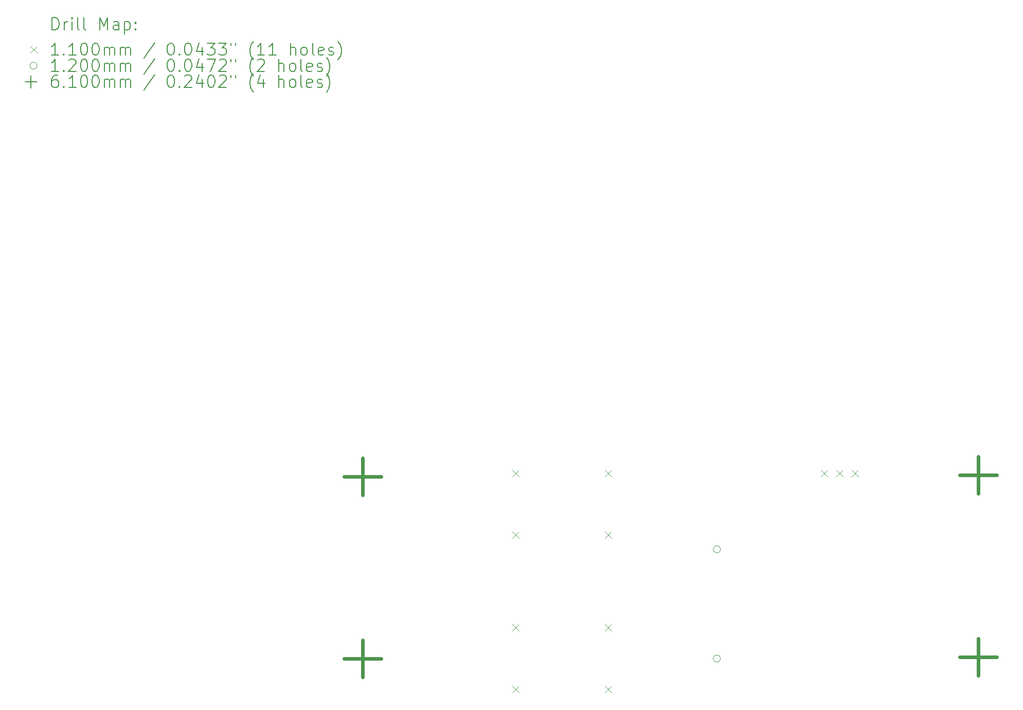
<source format=gbr>
%TF.GenerationSoftware,KiCad,Pcbnew,7.0.2*%
%TF.CreationDate,2023-06-26T14:49:25+05:30*%
%TF.ProjectId,Receiver,52656365-6976-4657-922e-6b696361645f,rev?*%
%TF.SameCoordinates,Original*%
%TF.FileFunction,Drillmap*%
%TF.FilePolarity,Positive*%
%FSLAX45Y45*%
G04 Gerber Fmt 4.5, Leading zero omitted, Abs format (unit mm)*
G04 Created by KiCad (PCBNEW 7.0.2) date 2023-06-26 14:49:25*
%MOMM*%
%LPD*%
G01*
G04 APERTURE LIST*
%ADD10C,0.200000*%
%ADD11C,0.110000*%
%ADD12C,0.120000*%
%ADD13C,0.610000*%
G04 APERTURE END LIST*
D10*
D11*
X7819000Y-7565000D02*
X7929000Y-7675000D01*
X7929000Y-7565000D02*
X7819000Y-7675000D01*
X7819000Y-8581000D02*
X7929000Y-8691000D01*
X7929000Y-8581000D02*
X7819000Y-8691000D01*
X7819000Y-10105000D02*
X7929000Y-10215000D01*
X7929000Y-10105000D02*
X7819000Y-10215000D01*
X7819000Y-11121000D02*
X7929000Y-11231000D01*
X7929000Y-11121000D02*
X7819000Y-11231000D01*
X9343000Y-7565000D02*
X9453000Y-7675000D01*
X9453000Y-7565000D02*
X9343000Y-7675000D01*
X9343000Y-8581000D02*
X9453000Y-8691000D01*
X9453000Y-8581000D02*
X9343000Y-8691000D01*
X9343000Y-10105000D02*
X9453000Y-10215000D01*
X9453000Y-10105000D02*
X9343000Y-10215000D01*
X9343000Y-11121000D02*
X9453000Y-11231000D01*
X9453000Y-11121000D02*
X9343000Y-11231000D01*
X12899000Y-7565000D02*
X13009000Y-7675000D01*
X13009000Y-7565000D02*
X12899000Y-7675000D01*
X13153000Y-7565000D02*
X13263000Y-7675000D01*
X13263000Y-7565000D02*
X13153000Y-7675000D01*
X13407000Y-7565000D02*
X13517000Y-7675000D01*
X13517000Y-7565000D02*
X13407000Y-7675000D01*
D12*
X11250250Y-8868000D02*
G75*
G03*
X11250250Y-8868000I-60000J0D01*
G01*
X11250250Y-10668000D02*
G75*
G03*
X11250250Y-10668000I-60000J0D01*
G01*
D13*
X5358000Y-7366000D02*
X5358000Y-7976000D01*
X5053000Y-7671000D02*
X5663000Y-7671000D01*
X5358000Y-10363000D02*
X5358000Y-10973000D01*
X5053000Y-10668000D02*
X5663000Y-10668000D01*
X15494000Y-7339000D02*
X15494000Y-7949000D01*
X15189000Y-7644000D02*
X15799000Y-7644000D01*
X15494000Y-10336000D02*
X15494000Y-10946000D01*
X15189000Y-10641000D02*
X15799000Y-10641000D01*
D10*
X247619Y-312524D02*
X247619Y-112524D01*
X247619Y-112524D02*
X295238Y-112524D01*
X295238Y-112524D02*
X323810Y-122048D01*
X323810Y-122048D02*
X342857Y-141095D01*
X342857Y-141095D02*
X352381Y-160143D01*
X352381Y-160143D02*
X361905Y-198238D01*
X361905Y-198238D02*
X361905Y-226809D01*
X361905Y-226809D02*
X352381Y-264905D01*
X352381Y-264905D02*
X342857Y-283952D01*
X342857Y-283952D02*
X323810Y-303000D01*
X323810Y-303000D02*
X295238Y-312524D01*
X295238Y-312524D02*
X247619Y-312524D01*
X447619Y-312524D02*
X447619Y-179190D01*
X447619Y-217286D02*
X457143Y-198238D01*
X457143Y-198238D02*
X466667Y-188714D01*
X466667Y-188714D02*
X485714Y-179190D01*
X485714Y-179190D02*
X504762Y-179190D01*
X571429Y-312524D02*
X571429Y-179190D01*
X571429Y-112524D02*
X561905Y-122048D01*
X561905Y-122048D02*
X571429Y-131571D01*
X571429Y-131571D02*
X580952Y-122048D01*
X580952Y-122048D02*
X571429Y-112524D01*
X571429Y-112524D02*
X571429Y-131571D01*
X695238Y-312524D02*
X676190Y-303000D01*
X676190Y-303000D02*
X666667Y-283952D01*
X666667Y-283952D02*
X666667Y-112524D01*
X800000Y-312524D02*
X780952Y-303000D01*
X780952Y-303000D02*
X771428Y-283952D01*
X771428Y-283952D02*
X771428Y-112524D01*
X1028571Y-312524D02*
X1028571Y-112524D01*
X1028571Y-112524D02*
X1095238Y-255381D01*
X1095238Y-255381D02*
X1161905Y-112524D01*
X1161905Y-112524D02*
X1161905Y-312524D01*
X1342857Y-312524D02*
X1342857Y-207762D01*
X1342857Y-207762D02*
X1333333Y-188714D01*
X1333333Y-188714D02*
X1314286Y-179190D01*
X1314286Y-179190D02*
X1276190Y-179190D01*
X1276190Y-179190D02*
X1257143Y-188714D01*
X1342857Y-303000D02*
X1323810Y-312524D01*
X1323810Y-312524D02*
X1276190Y-312524D01*
X1276190Y-312524D02*
X1257143Y-303000D01*
X1257143Y-303000D02*
X1247619Y-283952D01*
X1247619Y-283952D02*
X1247619Y-264905D01*
X1247619Y-264905D02*
X1257143Y-245857D01*
X1257143Y-245857D02*
X1276190Y-236333D01*
X1276190Y-236333D02*
X1323810Y-236333D01*
X1323810Y-236333D02*
X1342857Y-226809D01*
X1438095Y-179190D02*
X1438095Y-379190D01*
X1438095Y-188714D02*
X1457143Y-179190D01*
X1457143Y-179190D02*
X1495238Y-179190D01*
X1495238Y-179190D02*
X1514286Y-188714D01*
X1514286Y-188714D02*
X1523809Y-198238D01*
X1523809Y-198238D02*
X1533333Y-217286D01*
X1533333Y-217286D02*
X1533333Y-274429D01*
X1533333Y-274429D02*
X1523809Y-293476D01*
X1523809Y-293476D02*
X1514286Y-303000D01*
X1514286Y-303000D02*
X1495238Y-312524D01*
X1495238Y-312524D02*
X1457143Y-312524D01*
X1457143Y-312524D02*
X1438095Y-303000D01*
X1619048Y-293476D02*
X1628571Y-303000D01*
X1628571Y-303000D02*
X1619048Y-312524D01*
X1619048Y-312524D02*
X1609524Y-303000D01*
X1609524Y-303000D02*
X1619048Y-293476D01*
X1619048Y-293476D02*
X1619048Y-312524D01*
X1619048Y-188714D02*
X1628571Y-198238D01*
X1628571Y-198238D02*
X1619048Y-207762D01*
X1619048Y-207762D02*
X1609524Y-198238D01*
X1609524Y-198238D02*
X1619048Y-188714D01*
X1619048Y-188714D02*
X1619048Y-207762D01*
D11*
X-110000Y-585000D02*
X0Y-695000D01*
X0Y-585000D02*
X-110000Y-695000D01*
D10*
X352381Y-732524D02*
X238095Y-732524D01*
X295238Y-732524D02*
X295238Y-532524D01*
X295238Y-532524D02*
X276190Y-561095D01*
X276190Y-561095D02*
X257143Y-580143D01*
X257143Y-580143D02*
X238095Y-589667D01*
X438095Y-713476D02*
X447619Y-723000D01*
X447619Y-723000D02*
X438095Y-732524D01*
X438095Y-732524D02*
X428571Y-723000D01*
X428571Y-723000D02*
X438095Y-713476D01*
X438095Y-713476D02*
X438095Y-732524D01*
X638095Y-732524D02*
X523809Y-732524D01*
X580952Y-732524D02*
X580952Y-532524D01*
X580952Y-532524D02*
X561905Y-561095D01*
X561905Y-561095D02*
X542857Y-580143D01*
X542857Y-580143D02*
X523809Y-589667D01*
X761905Y-532524D02*
X780952Y-532524D01*
X780952Y-532524D02*
X800000Y-542048D01*
X800000Y-542048D02*
X809524Y-551571D01*
X809524Y-551571D02*
X819048Y-570619D01*
X819048Y-570619D02*
X828571Y-608714D01*
X828571Y-608714D02*
X828571Y-656333D01*
X828571Y-656333D02*
X819048Y-694429D01*
X819048Y-694429D02*
X809524Y-713476D01*
X809524Y-713476D02*
X800000Y-723000D01*
X800000Y-723000D02*
X780952Y-732524D01*
X780952Y-732524D02*
X761905Y-732524D01*
X761905Y-732524D02*
X742857Y-723000D01*
X742857Y-723000D02*
X733333Y-713476D01*
X733333Y-713476D02*
X723809Y-694429D01*
X723809Y-694429D02*
X714286Y-656333D01*
X714286Y-656333D02*
X714286Y-608714D01*
X714286Y-608714D02*
X723809Y-570619D01*
X723809Y-570619D02*
X733333Y-551571D01*
X733333Y-551571D02*
X742857Y-542048D01*
X742857Y-542048D02*
X761905Y-532524D01*
X952381Y-532524D02*
X971429Y-532524D01*
X971429Y-532524D02*
X990476Y-542048D01*
X990476Y-542048D02*
X1000000Y-551571D01*
X1000000Y-551571D02*
X1009524Y-570619D01*
X1009524Y-570619D02*
X1019048Y-608714D01*
X1019048Y-608714D02*
X1019048Y-656333D01*
X1019048Y-656333D02*
X1009524Y-694429D01*
X1009524Y-694429D02*
X1000000Y-713476D01*
X1000000Y-713476D02*
X990476Y-723000D01*
X990476Y-723000D02*
X971429Y-732524D01*
X971429Y-732524D02*
X952381Y-732524D01*
X952381Y-732524D02*
X933333Y-723000D01*
X933333Y-723000D02*
X923809Y-713476D01*
X923809Y-713476D02*
X914286Y-694429D01*
X914286Y-694429D02*
X904762Y-656333D01*
X904762Y-656333D02*
X904762Y-608714D01*
X904762Y-608714D02*
X914286Y-570619D01*
X914286Y-570619D02*
X923809Y-551571D01*
X923809Y-551571D02*
X933333Y-542048D01*
X933333Y-542048D02*
X952381Y-532524D01*
X1104762Y-732524D02*
X1104762Y-599190D01*
X1104762Y-618238D02*
X1114286Y-608714D01*
X1114286Y-608714D02*
X1133333Y-599190D01*
X1133333Y-599190D02*
X1161905Y-599190D01*
X1161905Y-599190D02*
X1180952Y-608714D01*
X1180952Y-608714D02*
X1190476Y-627762D01*
X1190476Y-627762D02*
X1190476Y-732524D01*
X1190476Y-627762D02*
X1200000Y-608714D01*
X1200000Y-608714D02*
X1219048Y-599190D01*
X1219048Y-599190D02*
X1247619Y-599190D01*
X1247619Y-599190D02*
X1266667Y-608714D01*
X1266667Y-608714D02*
X1276191Y-627762D01*
X1276191Y-627762D02*
X1276191Y-732524D01*
X1371429Y-732524D02*
X1371429Y-599190D01*
X1371429Y-618238D02*
X1380952Y-608714D01*
X1380952Y-608714D02*
X1400000Y-599190D01*
X1400000Y-599190D02*
X1428571Y-599190D01*
X1428571Y-599190D02*
X1447619Y-608714D01*
X1447619Y-608714D02*
X1457143Y-627762D01*
X1457143Y-627762D02*
X1457143Y-732524D01*
X1457143Y-627762D02*
X1466667Y-608714D01*
X1466667Y-608714D02*
X1485714Y-599190D01*
X1485714Y-599190D02*
X1514286Y-599190D01*
X1514286Y-599190D02*
X1533333Y-608714D01*
X1533333Y-608714D02*
X1542857Y-627762D01*
X1542857Y-627762D02*
X1542857Y-732524D01*
X1933333Y-523000D02*
X1761905Y-780143D01*
X2190476Y-532524D02*
X2209524Y-532524D01*
X2209524Y-532524D02*
X2228572Y-542048D01*
X2228572Y-542048D02*
X2238095Y-551571D01*
X2238095Y-551571D02*
X2247619Y-570619D01*
X2247619Y-570619D02*
X2257143Y-608714D01*
X2257143Y-608714D02*
X2257143Y-656333D01*
X2257143Y-656333D02*
X2247619Y-694429D01*
X2247619Y-694429D02*
X2238095Y-713476D01*
X2238095Y-713476D02*
X2228572Y-723000D01*
X2228572Y-723000D02*
X2209524Y-732524D01*
X2209524Y-732524D02*
X2190476Y-732524D01*
X2190476Y-732524D02*
X2171429Y-723000D01*
X2171429Y-723000D02*
X2161905Y-713476D01*
X2161905Y-713476D02*
X2152381Y-694429D01*
X2152381Y-694429D02*
X2142857Y-656333D01*
X2142857Y-656333D02*
X2142857Y-608714D01*
X2142857Y-608714D02*
X2152381Y-570619D01*
X2152381Y-570619D02*
X2161905Y-551571D01*
X2161905Y-551571D02*
X2171429Y-542048D01*
X2171429Y-542048D02*
X2190476Y-532524D01*
X2342857Y-713476D02*
X2352381Y-723000D01*
X2352381Y-723000D02*
X2342857Y-732524D01*
X2342857Y-732524D02*
X2333334Y-723000D01*
X2333334Y-723000D02*
X2342857Y-713476D01*
X2342857Y-713476D02*
X2342857Y-732524D01*
X2476191Y-532524D02*
X2495238Y-532524D01*
X2495238Y-532524D02*
X2514286Y-542048D01*
X2514286Y-542048D02*
X2523810Y-551571D01*
X2523810Y-551571D02*
X2533334Y-570619D01*
X2533334Y-570619D02*
X2542857Y-608714D01*
X2542857Y-608714D02*
X2542857Y-656333D01*
X2542857Y-656333D02*
X2533334Y-694429D01*
X2533334Y-694429D02*
X2523810Y-713476D01*
X2523810Y-713476D02*
X2514286Y-723000D01*
X2514286Y-723000D02*
X2495238Y-732524D01*
X2495238Y-732524D02*
X2476191Y-732524D01*
X2476191Y-732524D02*
X2457143Y-723000D01*
X2457143Y-723000D02*
X2447619Y-713476D01*
X2447619Y-713476D02*
X2438095Y-694429D01*
X2438095Y-694429D02*
X2428572Y-656333D01*
X2428572Y-656333D02*
X2428572Y-608714D01*
X2428572Y-608714D02*
X2438095Y-570619D01*
X2438095Y-570619D02*
X2447619Y-551571D01*
X2447619Y-551571D02*
X2457143Y-542048D01*
X2457143Y-542048D02*
X2476191Y-532524D01*
X2714286Y-599190D02*
X2714286Y-732524D01*
X2666667Y-523000D02*
X2619048Y-665857D01*
X2619048Y-665857D02*
X2742857Y-665857D01*
X2800000Y-532524D02*
X2923810Y-532524D01*
X2923810Y-532524D02*
X2857143Y-608714D01*
X2857143Y-608714D02*
X2885714Y-608714D01*
X2885714Y-608714D02*
X2904762Y-618238D01*
X2904762Y-618238D02*
X2914286Y-627762D01*
X2914286Y-627762D02*
X2923810Y-646810D01*
X2923810Y-646810D02*
X2923810Y-694429D01*
X2923810Y-694429D02*
X2914286Y-713476D01*
X2914286Y-713476D02*
X2904762Y-723000D01*
X2904762Y-723000D02*
X2885714Y-732524D01*
X2885714Y-732524D02*
X2828572Y-732524D01*
X2828572Y-732524D02*
X2809524Y-723000D01*
X2809524Y-723000D02*
X2800000Y-713476D01*
X2990476Y-532524D02*
X3114286Y-532524D01*
X3114286Y-532524D02*
X3047619Y-608714D01*
X3047619Y-608714D02*
X3076191Y-608714D01*
X3076191Y-608714D02*
X3095238Y-618238D01*
X3095238Y-618238D02*
X3104762Y-627762D01*
X3104762Y-627762D02*
X3114286Y-646810D01*
X3114286Y-646810D02*
X3114286Y-694429D01*
X3114286Y-694429D02*
X3104762Y-713476D01*
X3104762Y-713476D02*
X3095238Y-723000D01*
X3095238Y-723000D02*
X3076191Y-732524D01*
X3076191Y-732524D02*
X3019048Y-732524D01*
X3019048Y-732524D02*
X3000000Y-723000D01*
X3000000Y-723000D02*
X2990476Y-713476D01*
X3190476Y-532524D02*
X3190476Y-570619D01*
X3266667Y-532524D02*
X3266667Y-570619D01*
X3561905Y-808714D02*
X3552381Y-799190D01*
X3552381Y-799190D02*
X3533334Y-770619D01*
X3533334Y-770619D02*
X3523810Y-751571D01*
X3523810Y-751571D02*
X3514286Y-723000D01*
X3514286Y-723000D02*
X3504762Y-675381D01*
X3504762Y-675381D02*
X3504762Y-637286D01*
X3504762Y-637286D02*
X3514286Y-589667D01*
X3514286Y-589667D02*
X3523810Y-561095D01*
X3523810Y-561095D02*
X3533334Y-542048D01*
X3533334Y-542048D02*
X3552381Y-513476D01*
X3552381Y-513476D02*
X3561905Y-503952D01*
X3742857Y-732524D02*
X3628572Y-732524D01*
X3685714Y-732524D02*
X3685714Y-532524D01*
X3685714Y-532524D02*
X3666667Y-561095D01*
X3666667Y-561095D02*
X3647619Y-580143D01*
X3647619Y-580143D02*
X3628572Y-589667D01*
X3933334Y-732524D02*
X3819048Y-732524D01*
X3876191Y-732524D02*
X3876191Y-532524D01*
X3876191Y-532524D02*
X3857143Y-561095D01*
X3857143Y-561095D02*
X3838095Y-580143D01*
X3838095Y-580143D02*
X3819048Y-589667D01*
X4171429Y-732524D02*
X4171429Y-532524D01*
X4257143Y-732524D02*
X4257143Y-627762D01*
X4257143Y-627762D02*
X4247619Y-608714D01*
X4247619Y-608714D02*
X4228572Y-599190D01*
X4228572Y-599190D02*
X4200000Y-599190D01*
X4200000Y-599190D02*
X4180953Y-608714D01*
X4180953Y-608714D02*
X4171429Y-618238D01*
X4380953Y-732524D02*
X4361905Y-723000D01*
X4361905Y-723000D02*
X4352381Y-713476D01*
X4352381Y-713476D02*
X4342858Y-694429D01*
X4342858Y-694429D02*
X4342858Y-637286D01*
X4342858Y-637286D02*
X4352381Y-618238D01*
X4352381Y-618238D02*
X4361905Y-608714D01*
X4361905Y-608714D02*
X4380953Y-599190D01*
X4380953Y-599190D02*
X4409524Y-599190D01*
X4409524Y-599190D02*
X4428572Y-608714D01*
X4428572Y-608714D02*
X4438096Y-618238D01*
X4438096Y-618238D02*
X4447619Y-637286D01*
X4447619Y-637286D02*
X4447619Y-694429D01*
X4447619Y-694429D02*
X4438096Y-713476D01*
X4438096Y-713476D02*
X4428572Y-723000D01*
X4428572Y-723000D02*
X4409524Y-732524D01*
X4409524Y-732524D02*
X4380953Y-732524D01*
X4561905Y-732524D02*
X4542858Y-723000D01*
X4542858Y-723000D02*
X4533334Y-703952D01*
X4533334Y-703952D02*
X4533334Y-532524D01*
X4714286Y-723000D02*
X4695239Y-732524D01*
X4695239Y-732524D02*
X4657143Y-732524D01*
X4657143Y-732524D02*
X4638096Y-723000D01*
X4638096Y-723000D02*
X4628572Y-703952D01*
X4628572Y-703952D02*
X4628572Y-627762D01*
X4628572Y-627762D02*
X4638096Y-608714D01*
X4638096Y-608714D02*
X4657143Y-599190D01*
X4657143Y-599190D02*
X4695239Y-599190D01*
X4695239Y-599190D02*
X4714286Y-608714D01*
X4714286Y-608714D02*
X4723810Y-627762D01*
X4723810Y-627762D02*
X4723810Y-646810D01*
X4723810Y-646810D02*
X4628572Y-665857D01*
X4800000Y-723000D02*
X4819048Y-732524D01*
X4819048Y-732524D02*
X4857143Y-732524D01*
X4857143Y-732524D02*
X4876191Y-723000D01*
X4876191Y-723000D02*
X4885715Y-703952D01*
X4885715Y-703952D02*
X4885715Y-694429D01*
X4885715Y-694429D02*
X4876191Y-675381D01*
X4876191Y-675381D02*
X4857143Y-665857D01*
X4857143Y-665857D02*
X4828572Y-665857D01*
X4828572Y-665857D02*
X4809524Y-656333D01*
X4809524Y-656333D02*
X4800000Y-637286D01*
X4800000Y-637286D02*
X4800000Y-627762D01*
X4800000Y-627762D02*
X4809524Y-608714D01*
X4809524Y-608714D02*
X4828572Y-599190D01*
X4828572Y-599190D02*
X4857143Y-599190D01*
X4857143Y-599190D02*
X4876191Y-608714D01*
X4952381Y-808714D02*
X4961905Y-799190D01*
X4961905Y-799190D02*
X4980953Y-770619D01*
X4980953Y-770619D02*
X4990477Y-751571D01*
X4990477Y-751571D02*
X5000000Y-723000D01*
X5000000Y-723000D02*
X5009524Y-675381D01*
X5009524Y-675381D02*
X5009524Y-637286D01*
X5009524Y-637286D02*
X5000000Y-589667D01*
X5000000Y-589667D02*
X4990477Y-561095D01*
X4990477Y-561095D02*
X4980953Y-542048D01*
X4980953Y-542048D02*
X4961905Y-513476D01*
X4961905Y-513476D02*
X4952381Y-503952D01*
D12*
X0Y-904000D02*
G75*
G03*
X0Y-904000I-60000J0D01*
G01*
D10*
X352381Y-996524D02*
X238095Y-996524D01*
X295238Y-996524D02*
X295238Y-796524D01*
X295238Y-796524D02*
X276190Y-825095D01*
X276190Y-825095D02*
X257143Y-844143D01*
X257143Y-844143D02*
X238095Y-853667D01*
X438095Y-977476D02*
X447619Y-987000D01*
X447619Y-987000D02*
X438095Y-996524D01*
X438095Y-996524D02*
X428571Y-987000D01*
X428571Y-987000D02*
X438095Y-977476D01*
X438095Y-977476D02*
X438095Y-996524D01*
X523809Y-815571D02*
X533333Y-806048D01*
X533333Y-806048D02*
X552381Y-796524D01*
X552381Y-796524D02*
X600000Y-796524D01*
X600000Y-796524D02*
X619048Y-806048D01*
X619048Y-806048D02*
X628571Y-815571D01*
X628571Y-815571D02*
X638095Y-834619D01*
X638095Y-834619D02*
X638095Y-853667D01*
X638095Y-853667D02*
X628571Y-882238D01*
X628571Y-882238D02*
X514286Y-996524D01*
X514286Y-996524D02*
X638095Y-996524D01*
X761905Y-796524D02*
X780952Y-796524D01*
X780952Y-796524D02*
X800000Y-806048D01*
X800000Y-806048D02*
X809524Y-815571D01*
X809524Y-815571D02*
X819048Y-834619D01*
X819048Y-834619D02*
X828571Y-872714D01*
X828571Y-872714D02*
X828571Y-920333D01*
X828571Y-920333D02*
X819048Y-958428D01*
X819048Y-958428D02*
X809524Y-977476D01*
X809524Y-977476D02*
X800000Y-987000D01*
X800000Y-987000D02*
X780952Y-996524D01*
X780952Y-996524D02*
X761905Y-996524D01*
X761905Y-996524D02*
X742857Y-987000D01*
X742857Y-987000D02*
X733333Y-977476D01*
X733333Y-977476D02*
X723809Y-958428D01*
X723809Y-958428D02*
X714286Y-920333D01*
X714286Y-920333D02*
X714286Y-872714D01*
X714286Y-872714D02*
X723809Y-834619D01*
X723809Y-834619D02*
X733333Y-815571D01*
X733333Y-815571D02*
X742857Y-806048D01*
X742857Y-806048D02*
X761905Y-796524D01*
X952381Y-796524D02*
X971429Y-796524D01*
X971429Y-796524D02*
X990476Y-806048D01*
X990476Y-806048D02*
X1000000Y-815571D01*
X1000000Y-815571D02*
X1009524Y-834619D01*
X1009524Y-834619D02*
X1019048Y-872714D01*
X1019048Y-872714D02*
X1019048Y-920333D01*
X1019048Y-920333D02*
X1009524Y-958428D01*
X1009524Y-958428D02*
X1000000Y-977476D01*
X1000000Y-977476D02*
X990476Y-987000D01*
X990476Y-987000D02*
X971429Y-996524D01*
X971429Y-996524D02*
X952381Y-996524D01*
X952381Y-996524D02*
X933333Y-987000D01*
X933333Y-987000D02*
X923809Y-977476D01*
X923809Y-977476D02*
X914286Y-958428D01*
X914286Y-958428D02*
X904762Y-920333D01*
X904762Y-920333D02*
X904762Y-872714D01*
X904762Y-872714D02*
X914286Y-834619D01*
X914286Y-834619D02*
X923809Y-815571D01*
X923809Y-815571D02*
X933333Y-806048D01*
X933333Y-806048D02*
X952381Y-796524D01*
X1104762Y-996524D02*
X1104762Y-863190D01*
X1104762Y-882238D02*
X1114286Y-872714D01*
X1114286Y-872714D02*
X1133333Y-863190D01*
X1133333Y-863190D02*
X1161905Y-863190D01*
X1161905Y-863190D02*
X1180952Y-872714D01*
X1180952Y-872714D02*
X1190476Y-891762D01*
X1190476Y-891762D02*
X1190476Y-996524D01*
X1190476Y-891762D02*
X1200000Y-872714D01*
X1200000Y-872714D02*
X1219048Y-863190D01*
X1219048Y-863190D02*
X1247619Y-863190D01*
X1247619Y-863190D02*
X1266667Y-872714D01*
X1266667Y-872714D02*
X1276191Y-891762D01*
X1276191Y-891762D02*
X1276191Y-996524D01*
X1371429Y-996524D02*
X1371429Y-863190D01*
X1371429Y-882238D02*
X1380952Y-872714D01*
X1380952Y-872714D02*
X1400000Y-863190D01*
X1400000Y-863190D02*
X1428571Y-863190D01*
X1428571Y-863190D02*
X1447619Y-872714D01*
X1447619Y-872714D02*
X1457143Y-891762D01*
X1457143Y-891762D02*
X1457143Y-996524D01*
X1457143Y-891762D02*
X1466667Y-872714D01*
X1466667Y-872714D02*
X1485714Y-863190D01*
X1485714Y-863190D02*
X1514286Y-863190D01*
X1514286Y-863190D02*
X1533333Y-872714D01*
X1533333Y-872714D02*
X1542857Y-891762D01*
X1542857Y-891762D02*
X1542857Y-996524D01*
X1933333Y-787000D02*
X1761905Y-1044143D01*
X2190476Y-796524D02*
X2209524Y-796524D01*
X2209524Y-796524D02*
X2228572Y-806048D01*
X2228572Y-806048D02*
X2238095Y-815571D01*
X2238095Y-815571D02*
X2247619Y-834619D01*
X2247619Y-834619D02*
X2257143Y-872714D01*
X2257143Y-872714D02*
X2257143Y-920333D01*
X2257143Y-920333D02*
X2247619Y-958428D01*
X2247619Y-958428D02*
X2238095Y-977476D01*
X2238095Y-977476D02*
X2228572Y-987000D01*
X2228572Y-987000D02*
X2209524Y-996524D01*
X2209524Y-996524D02*
X2190476Y-996524D01*
X2190476Y-996524D02*
X2171429Y-987000D01*
X2171429Y-987000D02*
X2161905Y-977476D01*
X2161905Y-977476D02*
X2152381Y-958428D01*
X2152381Y-958428D02*
X2142857Y-920333D01*
X2142857Y-920333D02*
X2142857Y-872714D01*
X2142857Y-872714D02*
X2152381Y-834619D01*
X2152381Y-834619D02*
X2161905Y-815571D01*
X2161905Y-815571D02*
X2171429Y-806048D01*
X2171429Y-806048D02*
X2190476Y-796524D01*
X2342857Y-977476D02*
X2352381Y-987000D01*
X2352381Y-987000D02*
X2342857Y-996524D01*
X2342857Y-996524D02*
X2333334Y-987000D01*
X2333334Y-987000D02*
X2342857Y-977476D01*
X2342857Y-977476D02*
X2342857Y-996524D01*
X2476191Y-796524D02*
X2495238Y-796524D01*
X2495238Y-796524D02*
X2514286Y-806048D01*
X2514286Y-806048D02*
X2523810Y-815571D01*
X2523810Y-815571D02*
X2533334Y-834619D01*
X2533334Y-834619D02*
X2542857Y-872714D01*
X2542857Y-872714D02*
X2542857Y-920333D01*
X2542857Y-920333D02*
X2533334Y-958428D01*
X2533334Y-958428D02*
X2523810Y-977476D01*
X2523810Y-977476D02*
X2514286Y-987000D01*
X2514286Y-987000D02*
X2495238Y-996524D01*
X2495238Y-996524D02*
X2476191Y-996524D01*
X2476191Y-996524D02*
X2457143Y-987000D01*
X2457143Y-987000D02*
X2447619Y-977476D01*
X2447619Y-977476D02*
X2438095Y-958428D01*
X2438095Y-958428D02*
X2428572Y-920333D01*
X2428572Y-920333D02*
X2428572Y-872714D01*
X2428572Y-872714D02*
X2438095Y-834619D01*
X2438095Y-834619D02*
X2447619Y-815571D01*
X2447619Y-815571D02*
X2457143Y-806048D01*
X2457143Y-806048D02*
X2476191Y-796524D01*
X2714286Y-863190D02*
X2714286Y-996524D01*
X2666667Y-787000D02*
X2619048Y-929857D01*
X2619048Y-929857D02*
X2742857Y-929857D01*
X2800000Y-796524D02*
X2933333Y-796524D01*
X2933333Y-796524D02*
X2847619Y-996524D01*
X3000000Y-815571D02*
X3009524Y-806048D01*
X3009524Y-806048D02*
X3028572Y-796524D01*
X3028572Y-796524D02*
X3076191Y-796524D01*
X3076191Y-796524D02*
X3095238Y-806048D01*
X3095238Y-806048D02*
X3104762Y-815571D01*
X3104762Y-815571D02*
X3114286Y-834619D01*
X3114286Y-834619D02*
X3114286Y-853667D01*
X3114286Y-853667D02*
X3104762Y-882238D01*
X3104762Y-882238D02*
X2990476Y-996524D01*
X2990476Y-996524D02*
X3114286Y-996524D01*
X3190476Y-796524D02*
X3190476Y-834619D01*
X3266667Y-796524D02*
X3266667Y-834619D01*
X3561905Y-1072714D02*
X3552381Y-1063190D01*
X3552381Y-1063190D02*
X3533334Y-1034619D01*
X3533334Y-1034619D02*
X3523810Y-1015571D01*
X3523810Y-1015571D02*
X3514286Y-987000D01*
X3514286Y-987000D02*
X3504762Y-939381D01*
X3504762Y-939381D02*
X3504762Y-901286D01*
X3504762Y-901286D02*
X3514286Y-853667D01*
X3514286Y-853667D02*
X3523810Y-825095D01*
X3523810Y-825095D02*
X3533334Y-806048D01*
X3533334Y-806048D02*
X3552381Y-777476D01*
X3552381Y-777476D02*
X3561905Y-767952D01*
X3628572Y-815571D02*
X3638095Y-806048D01*
X3638095Y-806048D02*
X3657143Y-796524D01*
X3657143Y-796524D02*
X3704762Y-796524D01*
X3704762Y-796524D02*
X3723810Y-806048D01*
X3723810Y-806048D02*
X3733334Y-815571D01*
X3733334Y-815571D02*
X3742857Y-834619D01*
X3742857Y-834619D02*
X3742857Y-853667D01*
X3742857Y-853667D02*
X3733334Y-882238D01*
X3733334Y-882238D02*
X3619048Y-996524D01*
X3619048Y-996524D02*
X3742857Y-996524D01*
X3980953Y-996524D02*
X3980953Y-796524D01*
X4066667Y-996524D02*
X4066667Y-891762D01*
X4066667Y-891762D02*
X4057143Y-872714D01*
X4057143Y-872714D02*
X4038096Y-863190D01*
X4038096Y-863190D02*
X4009524Y-863190D01*
X4009524Y-863190D02*
X3990476Y-872714D01*
X3990476Y-872714D02*
X3980953Y-882238D01*
X4190476Y-996524D02*
X4171429Y-987000D01*
X4171429Y-987000D02*
X4161905Y-977476D01*
X4161905Y-977476D02*
X4152381Y-958428D01*
X4152381Y-958428D02*
X4152381Y-901286D01*
X4152381Y-901286D02*
X4161905Y-882238D01*
X4161905Y-882238D02*
X4171429Y-872714D01*
X4171429Y-872714D02*
X4190476Y-863190D01*
X4190476Y-863190D02*
X4219048Y-863190D01*
X4219048Y-863190D02*
X4238096Y-872714D01*
X4238096Y-872714D02*
X4247619Y-882238D01*
X4247619Y-882238D02*
X4257143Y-901286D01*
X4257143Y-901286D02*
X4257143Y-958428D01*
X4257143Y-958428D02*
X4247619Y-977476D01*
X4247619Y-977476D02*
X4238096Y-987000D01*
X4238096Y-987000D02*
X4219048Y-996524D01*
X4219048Y-996524D02*
X4190476Y-996524D01*
X4371429Y-996524D02*
X4352381Y-987000D01*
X4352381Y-987000D02*
X4342858Y-967952D01*
X4342858Y-967952D02*
X4342858Y-796524D01*
X4523810Y-987000D02*
X4504762Y-996524D01*
X4504762Y-996524D02*
X4466667Y-996524D01*
X4466667Y-996524D02*
X4447619Y-987000D01*
X4447619Y-987000D02*
X4438096Y-967952D01*
X4438096Y-967952D02*
X4438096Y-891762D01*
X4438096Y-891762D02*
X4447619Y-872714D01*
X4447619Y-872714D02*
X4466667Y-863190D01*
X4466667Y-863190D02*
X4504762Y-863190D01*
X4504762Y-863190D02*
X4523810Y-872714D01*
X4523810Y-872714D02*
X4533334Y-891762D01*
X4533334Y-891762D02*
X4533334Y-910809D01*
X4533334Y-910809D02*
X4438096Y-929857D01*
X4609524Y-987000D02*
X4628572Y-996524D01*
X4628572Y-996524D02*
X4666667Y-996524D01*
X4666667Y-996524D02*
X4685715Y-987000D01*
X4685715Y-987000D02*
X4695239Y-967952D01*
X4695239Y-967952D02*
X4695239Y-958428D01*
X4695239Y-958428D02*
X4685715Y-939381D01*
X4685715Y-939381D02*
X4666667Y-929857D01*
X4666667Y-929857D02*
X4638096Y-929857D01*
X4638096Y-929857D02*
X4619048Y-920333D01*
X4619048Y-920333D02*
X4609524Y-901286D01*
X4609524Y-901286D02*
X4609524Y-891762D01*
X4609524Y-891762D02*
X4619048Y-872714D01*
X4619048Y-872714D02*
X4638096Y-863190D01*
X4638096Y-863190D02*
X4666667Y-863190D01*
X4666667Y-863190D02*
X4685715Y-872714D01*
X4761905Y-1072714D02*
X4771429Y-1063190D01*
X4771429Y-1063190D02*
X4790477Y-1034619D01*
X4790477Y-1034619D02*
X4800000Y-1015571D01*
X4800000Y-1015571D02*
X4809524Y-987000D01*
X4809524Y-987000D02*
X4819048Y-939381D01*
X4819048Y-939381D02*
X4819048Y-901286D01*
X4819048Y-901286D02*
X4809524Y-853667D01*
X4809524Y-853667D02*
X4800000Y-825095D01*
X4800000Y-825095D02*
X4790477Y-806048D01*
X4790477Y-806048D02*
X4771429Y-777476D01*
X4771429Y-777476D02*
X4761905Y-767952D01*
X-100000Y-1068000D02*
X-100000Y-1268000D01*
X-200000Y-1168000D02*
X0Y-1168000D01*
X333333Y-1060524D02*
X295238Y-1060524D01*
X295238Y-1060524D02*
X276190Y-1070048D01*
X276190Y-1070048D02*
X266667Y-1079571D01*
X266667Y-1079571D02*
X247619Y-1108143D01*
X247619Y-1108143D02*
X238095Y-1146238D01*
X238095Y-1146238D02*
X238095Y-1222429D01*
X238095Y-1222429D02*
X247619Y-1241476D01*
X247619Y-1241476D02*
X257143Y-1251000D01*
X257143Y-1251000D02*
X276190Y-1260524D01*
X276190Y-1260524D02*
X314286Y-1260524D01*
X314286Y-1260524D02*
X333333Y-1251000D01*
X333333Y-1251000D02*
X342857Y-1241476D01*
X342857Y-1241476D02*
X352381Y-1222429D01*
X352381Y-1222429D02*
X352381Y-1174810D01*
X352381Y-1174810D02*
X342857Y-1155762D01*
X342857Y-1155762D02*
X333333Y-1146238D01*
X333333Y-1146238D02*
X314286Y-1136714D01*
X314286Y-1136714D02*
X276190Y-1136714D01*
X276190Y-1136714D02*
X257143Y-1146238D01*
X257143Y-1146238D02*
X247619Y-1155762D01*
X247619Y-1155762D02*
X238095Y-1174810D01*
X438095Y-1241476D02*
X447619Y-1251000D01*
X447619Y-1251000D02*
X438095Y-1260524D01*
X438095Y-1260524D02*
X428571Y-1251000D01*
X428571Y-1251000D02*
X438095Y-1241476D01*
X438095Y-1241476D02*
X438095Y-1260524D01*
X638095Y-1260524D02*
X523809Y-1260524D01*
X580952Y-1260524D02*
X580952Y-1060524D01*
X580952Y-1060524D02*
X561905Y-1089095D01*
X561905Y-1089095D02*
X542857Y-1108143D01*
X542857Y-1108143D02*
X523809Y-1117667D01*
X761905Y-1060524D02*
X780952Y-1060524D01*
X780952Y-1060524D02*
X800000Y-1070048D01*
X800000Y-1070048D02*
X809524Y-1079571D01*
X809524Y-1079571D02*
X819048Y-1098619D01*
X819048Y-1098619D02*
X828571Y-1136714D01*
X828571Y-1136714D02*
X828571Y-1184333D01*
X828571Y-1184333D02*
X819048Y-1222429D01*
X819048Y-1222429D02*
X809524Y-1241476D01*
X809524Y-1241476D02*
X800000Y-1251000D01*
X800000Y-1251000D02*
X780952Y-1260524D01*
X780952Y-1260524D02*
X761905Y-1260524D01*
X761905Y-1260524D02*
X742857Y-1251000D01*
X742857Y-1251000D02*
X733333Y-1241476D01*
X733333Y-1241476D02*
X723809Y-1222429D01*
X723809Y-1222429D02*
X714286Y-1184333D01*
X714286Y-1184333D02*
X714286Y-1136714D01*
X714286Y-1136714D02*
X723809Y-1098619D01*
X723809Y-1098619D02*
X733333Y-1079571D01*
X733333Y-1079571D02*
X742857Y-1070048D01*
X742857Y-1070048D02*
X761905Y-1060524D01*
X952381Y-1060524D02*
X971429Y-1060524D01*
X971429Y-1060524D02*
X990476Y-1070048D01*
X990476Y-1070048D02*
X1000000Y-1079571D01*
X1000000Y-1079571D02*
X1009524Y-1098619D01*
X1009524Y-1098619D02*
X1019048Y-1136714D01*
X1019048Y-1136714D02*
X1019048Y-1184333D01*
X1019048Y-1184333D02*
X1009524Y-1222429D01*
X1009524Y-1222429D02*
X1000000Y-1241476D01*
X1000000Y-1241476D02*
X990476Y-1251000D01*
X990476Y-1251000D02*
X971429Y-1260524D01*
X971429Y-1260524D02*
X952381Y-1260524D01*
X952381Y-1260524D02*
X933333Y-1251000D01*
X933333Y-1251000D02*
X923809Y-1241476D01*
X923809Y-1241476D02*
X914286Y-1222429D01*
X914286Y-1222429D02*
X904762Y-1184333D01*
X904762Y-1184333D02*
X904762Y-1136714D01*
X904762Y-1136714D02*
X914286Y-1098619D01*
X914286Y-1098619D02*
X923809Y-1079571D01*
X923809Y-1079571D02*
X933333Y-1070048D01*
X933333Y-1070048D02*
X952381Y-1060524D01*
X1104762Y-1260524D02*
X1104762Y-1127190D01*
X1104762Y-1146238D02*
X1114286Y-1136714D01*
X1114286Y-1136714D02*
X1133333Y-1127190D01*
X1133333Y-1127190D02*
X1161905Y-1127190D01*
X1161905Y-1127190D02*
X1180952Y-1136714D01*
X1180952Y-1136714D02*
X1190476Y-1155762D01*
X1190476Y-1155762D02*
X1190476Y-1260524D01*
X1190476Y-1155762D02*
X1200000Y-1136714D01*
X1200000Y-1136714D02*
X1219048Y-1127190D01*
X1219048Y-1127190D02*
X1247619Y-1127190D01*
X1247619Y-1127190D02*
X1266667Y-1136714D01*
X1266667Y-1136714D02*
X1276191Y-1155762D01*
X1276191Y-1155762D02*
X1276191Y-1260524D01*
X1371429Y-1260524D02*
X1371429Y-1127190D01*
X1371429Y-1146238D02*
X1380952Y-1136714D01*
X1380952Y-1136714D02*
X1400000Y-1127190D01*
X1400000Y-1127190D02*
X1428571Y-1127190D01*
X1428571Y-1127190D02*
X1447619Y-1136714D01*
X1447619Y-1136714D02*
X1457143Y-1155762D01*
X1457143Y-1155762D02*
X1457143Y-1260524D01*
X1457143Y-1155762D02*
X1466667Y-1136714D01*
X1466667Y-1136714D02*
X1485714Y-1127190D01*
X1485714Y-1127190D02*
X1514286Y-1127190D01*
X1514286Y-1127190D02*
X1533333Y-1136714D01*
X1533333Y-1136714D02*
X1542857Y-1155762D01*
X1542857Y-1155762D02*
X1542857Y-1260524D01*
X1933333Y-1051000D02*
X1761905Y-1308143D01*
X2190476Y-1060524D02*
X2209524Y-1060524D01*
X2209524Y-1060524D02*
X2228572Y-1070048D01*
X2228572Y-1070048D02*
X2238095Y-1079571D01*
X2238095Y-1079571D02*
X2247619Y-1098619D01*
X2247619Y-1098619D02*
X2257143Y-1136714D01*
X2257143Y-1136714D02*
X2257143Y-1184333D01*
X2257143Y-1184333D02*
X2247619Y-1222429D01*
X2247619Y-1222429D02*
X2238095Y-1241476D01*
X2238095Y-1241476D02*
X2228572Y-1251000D01*
X2228572Y-1251000D02*
X2209524Y-1260524D01*
X2209524Y-1260524D02*
X2190476Y-1260524D01*
X2190476Y-1260524D02*
X2171429Y-1251000D01*
X2171429Y-1251000D02*
X2161905Y-1241476D01*
X2161905Y-1241476D02*
X2152381Y-1222429D01*
X2152381Y-1222429D02*
X2142857Y-1184333D01*
X2142857Y-1184333D02*
X2142857Y-1136714D01*
X2142857Y-1136714D02*
X2152381Y-1098619D01*
X2152381Y-1098619D02*
X2161905Y-1079571D01*
X2161905Y-1079571D02*
X2171429Y-1070048D01*
X2171429Y-1070048D02*
X2190476Y-1060524D01*
X2342857Y-1241476D02*
X2352381Y-1251000D01*
X2352381Y-1251000D02*
X2342857Y-1260524D01*
X2342857Y-1260524D02*
X2333334Y-1251000D01*
X2333334Y-1251000D02*
X2342857Y-1241476D01*
X2342857Y-1241476D02*
X2342857Y-1260524D01*
X2428572Y-1079571D02*
X2438095Y-1070048D01*
X2438095Y-1070048D02*
X2457143Y-1060524D01*
X2457143Y-1060524D02*
X2504762Y-1060524D01*
X2504762Y-1060524D02*
X2523810Y-1070048D01*
X2523810Y-1070048D02*
X2533334Y-1079571D01*
X2533334Y-1079571D02*
X2542857Y-1098619D01*
X2542857Y-1098619D02*
X2542857Y-1117667D01*
X2542857Y-1117667D02*
X2533334Y-1146238D01*
X2533334Y-1146238D02*
X2419048Y-1260524D01*
X2419048Y-1260524D02*
X2542857Y-1260524D01*
X2714286Y-1127190D02*
X2714286Y-1260524D01*
X2666667Y-1051000D02*
X2619048Y-1193857D01*
X2619048Y-1193857D02*
X2742857Y-1193857D01*
X2857143Y-1060524D02*
X2876191Y-1060524D01*
X2876191Y-1060524D02*
X2895238Y-1070048D01*
X2895238Y-1070048D02*
X2904762Y-1079571D01*
X2904762Y-1079571D02*
X2914286Y-1098619D01*
X2914286Y-1098619D02*
X2923810Y-1136714D01*
X2923810Y-1136714D02*
X2923810Y-1184333D01*
X2923810Y-1184333D02*
X2914286Y-1222429D01*
X2914286Y-1222429D02*
X2904762Y-1241476D01*
X2904762Y-1241476D02*
X2895238Y-1251000D01*
X2895238Y-1251000D02*
X2876191Y-1260524D01*
X2876191Y-1260524D02*
X2857143Y-1260524D01*
X2857143Y-1260524D02*
X2838095Y-1251000D01*
X2838095Y-1251000D02*
X2828572Y-1241476D01*
X2828572Y-1241476D02*
X2819048Y-1222429D01*
X2819048Y-1222429D02*
X2809524Y-1184333D01*
X2809524Y-1184333D02*
X2809524Y-1136714D01*
X2809524Y-1136714D02*
X2819048Y-1098619D01*
X2819048Y-1098619D02*
X2828572Y-1079571D01*
X2828572Y-1079571D02*
X2838095Y-1070048D01*
X2838095Y-1070048D02*
X2857143Y-1060524D01*
X3000000Y-1079571D02*
X3009524Y-1070048D01*
X3009524Y-1070048D02*
X3028572Y-1060524D01*
X3028572Y-1060524D02*
X3076191Y-1060524D01*
X3076191Y-1060524D02*
X3095238Y-1070048D01*
X3095238Y-1070048D02*
X3104762Y-1079571D01*
X3104762Y-1079571D02*
X3114286Y-1098619D01*
X3114286Y-1098619D02*
X3114286Y-1117667D01*
X3114286Y-1117667D02*
X3104762Y-1146238D01*
X3104762Y-1146238D02*
X2990476Y-1260524D01*
X2990476Y-1260524D02*
X3114286Y-1260524D01*
X3190476Y-1060524D02*
X3190476Y-1098619D01*
X3266667Y-1060524D02*
X3266667Y-1098619D01*
X3561905Y-1336714D02*
X3552381Y-1327190D01*
X3552381Y-1327190D02*
X3533334Y-1298619D01*
X3533334Y-1298619D02*
X3523810Y-1279571D01*
X3523810Y-1279571D02*
X3514286Y-1251000D01*
X3514286Y-1251000D02*
X3504762Y-1203381D01*
X3504762Y-1203381D02*
X3504762Y-1165286D01*
X3504762Y-1165286D02*
X3514286Y-1117667D01*
X3514286Y-1117667D02*
X3523810Y-1089095D01*
X3523810Y-1089095D02*
X3533334Y-1070048D01*
X3533334Y-1070048D02*
X3552381Y-1041476D01*
X3552381Y-1041476D02*
X3561905Y-1031952D01*
X3723810Y-1127190D02*
X3723810Y-1260524D01*
X3676191Y-1051000D02*
X3628572Y-1193857D01*
X3628572Y-1193857D02*
X3752381Y-1193857D01*
X3980953Y-1260524D02*
X3980953Y-1060524D01*
X4066667Y-1260524D02*
X4066667Y-1155762D01*
X4066667Y-1155762D02*
X4057143Y-1136714D01*
X4057143Y-1136714D02*
X4038096Y-1127190D01*
X4038096Y-1127190D02*
X4009524Y-1127190D01*
X4009524Y-1127190D02*
X3990476Y-1136714D01*
X3990476Y-1136714D02*
X3980953Y-1146238D01*
X4190476Y-1260524D02*
X4171429Y-1251000D01*
X4171429Y-1251000D02*
X4161905Y-1241476D01*
X4161905Y-1241476D02*
X4152381Y-1222429D01*
X4152381Y-1222429D02*
X4152381Y-1165286D01*
X4152381Y-1165286D02*
X4161905Y-1146238D01*
X4161905Y-1146238D02*
X4171429Y-1136714D01*
X4171429Y-1136714D02*
X4190476Y-1127190D01*
X4190476Y-1127190D02*
X4219048Y-1127190D01*
X4219048Y-1127190D02*
X4238096Y-1136714D01*
X4238096Y-1136714D02*
X4247619Y-1146238D01*
X4247619Y-1146238D02*
X4257143Y-1165286D01*
X4257143Y-1165286D02*
X4257143Y-1222429D01*
X4257143Y-1222429D02*
X4247619Y-1241476D01*
X4247619Y-1241476D02*
X4238096Y-1251000D01*
X4238096Y-1251000D02*
X4219048Y-1260524D01*
X4219048Y-1260524D02*
X4190476Y-1260524D01*
X4371429Y-1260524D02*
X4352381Y-1251000D01*
X4352381Y-1251000D02*
X4342858Y-1231952D01*
X4342858Y-1231952D02*
X4342858Y-1060524D01*
X4523810Y-1251000D02*
X4504762Y-1260524D01*
X4504762Y-1260524D02*
X4466667Y-1260524D01*
X4466667Y-1260524D02*
X4447619Y-1251000D01*
X4447619Y-1251000D02*
X4438096Y-1231952D01*
X4438096Y-1231952D02*
X4438096Y-1155762D01*
X4438096Y-1155762D02*
X4447619Y-1136714D01*
X4447619Y-1136714D02*
X4466667Y-1127190D01*
X4466667Y-1127190D02*
X4504762Y-1127190D01*
X4504762Y-1127190D02*
X4523810Y-1136714D01*
X4523810Y-1136714D02*
X4533334Y-1155762D01*
X4533334Y-1155762D02*
X4533334Y-1174810D01*
X4533334Y-1174810D02*
X4438096Y-1193857D01*
X4609524Y-1251000D02*
X4628572Y-1260524D01*
X4628572Y-1260524D02*
X4666667Y-1260524D01*
X4666667Y-1260524D02*
X4685715Y-1251000D01*
X4685715Y-1251000D02*
X4695239Y-1231952D01*
X4695239Y-1231952D02*
X4695239Y-1222429D01*
X4695239Y-1222429D02*
X4685715Y-1203381D01*
X4685715Y-1203381D02*
X4666667Y-1193857D01*
X4666667Y-1193857D02*
X4638096Y-1193857D01*
X4638096Y-1193857D02*
X4619048Y-1184333D01*
X4619048Y-1184333D02*
X4609524Y-1165286D01*
X4609524Y-1165286D02*
X4609524Y-1155762D01*
X4609524Y-1155762D02*
X4619048Y-1136714D01*
X4619048Y-1136714D02*
X4638096Y-1127190D01*
X4638096Y-1127190D02*
X4666667Y-1127190D01*
X4666667Y-1127190D02*
X4685715Y-1136714D01*
X4761905Y-1336714D02*
X4771429Y-1327190D01*
X4771429Y-1327190D02*
X4790477Y-1298619D01*
X4790477Y-1298619D02*
X4800000Y-1279571D01*
X4800000Y-1279571D02*
X4809524Y-1251000D01*
X4809524Y-1251000D02*
X4819048Y-1203381D01*
X4819048Y-1203381D02*
X4819048Y-1165286D01*
X4819048Y-1165286D02*
X4809524Y-1117667D01*
X4809524Y-1117667D02*
X4800000Y-1089095D01*
X4800000Y-1089095D02*
X4790477Y-1070048D01*
X4790477Y-1070048D02*
X4771429Y-1041476D01*
X4771429Y-1041476D02*
X4761905Y-1031952D01*
M02*

</source>
